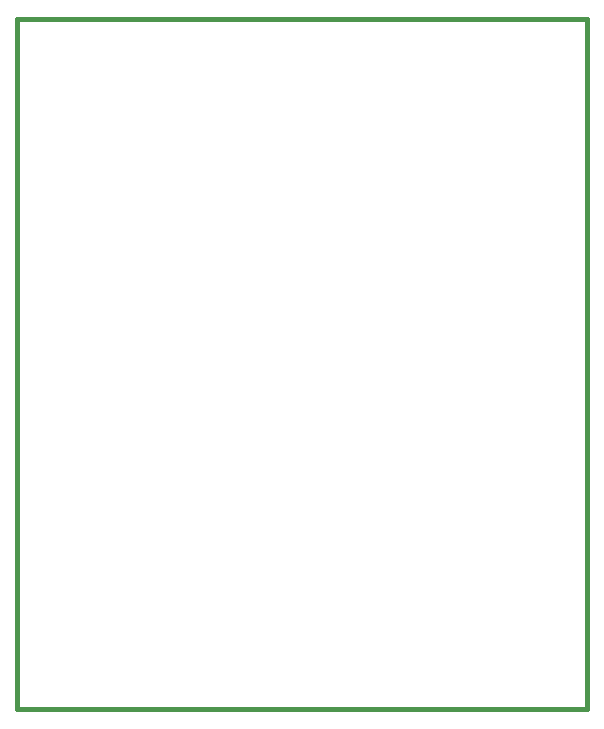
<source format=gko>
G04 Layer: BoardOutlineLayer*
G04 EasyEDA v6.5.34, 2023-09-04 11:54:11*
G04 81153b16d9204a1fb18c57ec6b78e56b,7e63b50fb6014f29bd7207b67e5f40bc,10*
G04 Gerber Generator version 0.2*
G04 Scale: 100 percent, Rotated: No, Reflected: No *
G04 Dimensions in millimeters *
G04 leading zeros omitted , absolute positions ,4 integer and 5 decimal *
%FSLAX45Y45*%
%MOMM*%

%ADD10C,0.4000*%
D10*
X2296Y-1506D02*
G01*
X2296Y5840481D01*
X4701283Y5840481D01*
X4828283Y5840481D01*
X4828283Y-1506D01*
X0Y0D01*

%LPD*%
M02*

</source>
